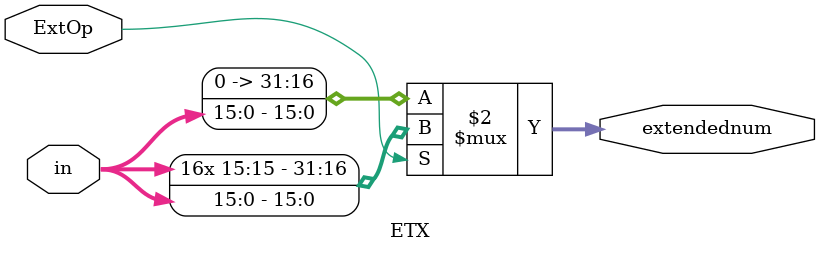
<source format=v>
`timescale 1ns / 1ps
module ETX(
    input [15:0] in,
    input ExtOp,
    output [31:0] extendednum
    );
	 
	 assign extendednum = ExtOp == 1 ? {{16{in[15]}},in[15:0]}:
																		   {{16{1'b0}},in[15:0]};

endmodule

</source>
